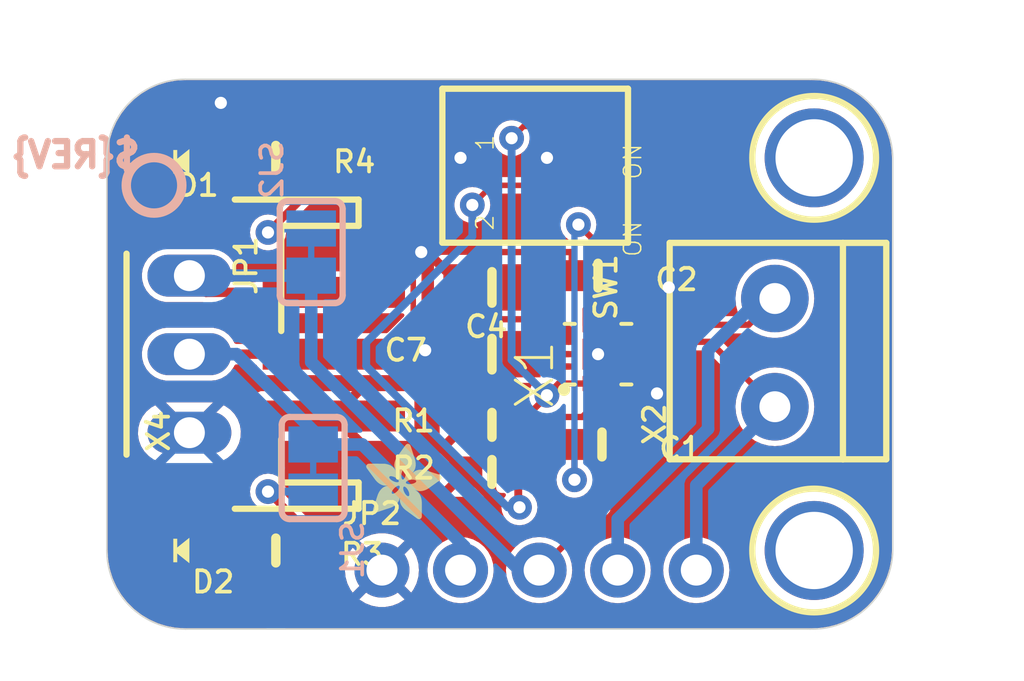
<source format=kicad_pcb>
(kicad_pcb (version 20221018) (generator pcbnew)
  (layers (0 "F.Cu" signal) (1 "In1.Cu" signal) (2 "In2.Cu" signal) (3 "In3.Cu" signal) (4 "In4.Cu" signal) (5 "In5.Cu" signal) (6 "In6.Cu" signal) (7 "In7.Cu" signal) (8 "In8.Cu" signal) (9 "In9.Cu" signal) (10 "In10.Cu" signal) (11 "In11.Cu" signal) (12 "In12.Cu" signal) (13 "In13.Cu" signal) (14 "In14.Cu" signal) (31 "B.Cu" signal) (34 "B.Paste" user) (35 "F.Paste" user) (36 "B.SilkS" user "B.Silkscreen") (37 "F.SilkS" user "F.Silkscreen") (38 "B.Mask" user) (39 "F.Mask" user) (44 "Edge.Cuts" user))
  (net 0 "")
  (net 1 "GND")
  (net 2 "SIGNAL")
  (net 3 "N$26")
  (net 4 "VIN")
  (net 5 "N$1")
  (net 6 "VO-")
  (net 7 "VO+")
  (net 8 "VOUT")
  (net 9 "CN1")
  (net 10 "CP1")
  (net 11 "CP2")
  (net 12 "CN2")
  (net 13 "EN2")
  (net 14 "EN1")
  (net 15 "N$9")
  (net 16 "N$10")
  (footprint "working:0603-NO" (layer "F.Cu") (at 148.2471 107.2896 180)
    (fp_text reference "R1" (at 1.778 0.127) (layer "F.SilkS") (effects (font (size 0.692831 0.692831) (thickness 0.119969)) (justify right)))
    (fp_text value "10K")
    (pad "1" smd rect (at -0.85 0 180) (size 1.075 1) (layers "F.Cu" "F.Paste" "F.Mask") (net 14 "EN1"))
    (pad "2" smd rect (at 0.85 0 180) (size 1.075 1) (layers "F.Cu" "F.Paste" "F.Mask") (net 1 "GND"))
  )
  (footprint "working:CHIPLED_0603_NOOUTLINE" (layer "F.Cu") (at 138.2141 111.3536 90)
    (fp_text reference "D2" (at -1.016 1.778) (layer "F.SilkS") (effects (font (size 0.692831 0.692831) (thickness 0.119969)) (justify right)))
    (fp_text value "GREEN")
    (pad "A" smd rect (at 0 0.75 90) (size 0.8 0.8) (layers "F.Cu" "F.Paste" "F.Mask") (net 3 "N$26"))
    (pad "C" smd rect (at 0 -0.75 90) (size 0.8 0.8) (layers "F.Cu" "F.Paste" "F.Mask") (net 1 "GND"))
  )
  (footprint "working:0603-NO" (layer "F.Cu") (at 148.2471 108.8136 180)
    (fp_text reference "R2" (at 1.778 0.127) (layer "F.SilkS") (effects (font (size 0.692831 0.692831) (thickness 0.119969)) (justify right)))
    (fp_text value "10K")
    (pad "1" smd rect (at -0.85 0 180) (size 1.075 1) (layers "F.Cu" "F.Paste" "F.Mask") (net 13 "EN2"))
    (pad "2" smd rect (at 0.85 0 180) (size 1.075 1) (layers "F.Cu" "F.Paste" "F.Mask") (net 1 "GND"))
  )
  (footprint "working:0603-NO" (layer "F.Cu") (at 151.6761 102.4636)
    (fp_text reference "C2" (at 1.778 0.127) (layer "F.SilkS") (effects (font (size 0.692831 0.692831) (thickness 0.119969)) (justify left)))
    (fp_text value "1uF")
    (pad "1" smd rect (at -0.85 0) (size 1.075 1) (layers "F.Cu" "F.Paste" "F.Mask") (net 11 "CP2"))
    (pad "2" smd rect (at 0.85 0) (size 1.075 1) (layers "F.Cu" "F.Paste" "F.Mask") (net 12 "CN2"))
  )
  (footprint "working:1X05_ROUND_70" (layer "F.Cu") (at 149.7711 111.9886)
    (fp_text reference "JP2" (at -6.4262 -1.8288) (layer "F.SilkS") (effects (font (size 0.692831 0.692831) (thickness 0.119969)) (justify left)))
    (fp_text value "")
    (pad "1" thru_hole circle (at -5.08 0 90) (size 1.778 1.778) (drill 1) (layers "*.Cu" "*.Mask") (net 1 "GND"))
    (pad "2" thru_hole circle (at -2.54 0 90) (size 1.778 1.778) (drill 1) (layers "*.Cu" "*.Mask") (net 4 "VIN"))
    (pad "3" thru_hole circle (at 0 0 90) (size 1.778 1.778) (drill 1) (layers "*.Cu" "*.Mask") (net 2 "SIGNAL"))
    (pad "4" thru_hole circle (at 2.54 0 90) (size 1.778 1.778) (drill 1) (layers "*.Cu" "*.Mask") (net 7 "VO+"))
    (pad "5" thru_hole circle (at 5.08 0 90) (size 1.778 1.778) (drill 1) (layers "*.Cu" "*.Mask") (net 6 "VO-"))
  )
  (footprint "working:PLABEL14" (layer "F.Cu") (at 156.3751 100.8126 90)
    (fp_text reference "PLABEL14" hide)
    (fp_text value "" hide)
  )
  (footprint "working:0603-NO" (layer "F.Cu") (at 151.8031 107.9246)
    (fp_text reference "C1" (at 1.778 0.127) (layer "F.SilkS") (effects (font (size 0.692831 0.692831) (thickness 0.119969)) (justify left)))
    (fp_text value "1uF")
    (pad "1" smd rect (at -0.85 0) (size 1.075 1) (layers "F.Cu" "F.Paste" "F.Mask") (net 10 "CP1"))
    (pad "2" smd rect (at 0.85 0) (size 1.075 1) (layers "F.Cu" "F.Paste" "F.Mask") (net 9 "CN1"))
  )
  (footprint "working:MOUNTINGHOLE_2.5_PLATED" (layer "F.Cu") (at 158.6611 111.3536)
    (fp_text reference "U$1" hide)
    (fp_text value "MOUNTINGHOLE2.5" hide)
    (pad "P$1" thru_hole circle (at 0 0) (size 3.2 3.2) (drill 2.5) (layers "*.Cu" "*.Mask"))
    (zone (net 0) (net_name "") (layer "F.Cu") (connect_pads (clearance 0)) (min_thickness 0.25)
      (keepout (tracks not_allowed) (vias not_allowed) (pads not_allowed) (copperpour not_allowed) (footprints allowed))
      (fill (thermal_gap 0.5) (thermal_bridge_width 0.5))
      (polygon (pts (xy 160.6771 111.3536) (xy 160.65748 111.073027) (xy 160.599004 110.797915) (xy 160.502808 110.533619) (xy 160.370765 110.285283) (xy 160.205446 110.05774) (xy 160.010067 109.85542) (xy 159.788433 109.68226) (xy 159.544856 109.541631) (xy 159.284078 109.43627) (xy 159.011175 109.368228) (xy 158.731457 109.338828) (xy 158.450371 109.348644) (xy 158.173385 109.397484) (xy 157.905893 109.484397) (xy 157.6531 109.607693) (xy 157.419926 109.76497) (xy 157.210911 109.953169) (xy 157.030122 110.168625) (xy 156.881078 110.407145) (xy 156.76668 110.664087) (xy 156.689154 110.93445) (xy 156.650011 111.212971) (xy 156.650011 111.494229) (xy 156.689154 111.77275) (xy 156.76668 112.043113) (xy 156.881078 112.300055) (xy 157.030122 112.538575) (xy 157.210911 112.754031) (xy 157.419926 112.94223) (xy 157.6531 113.099507) (xy 157.905893 113.222803) (xy 158.173385 113.309716) (xy 158.450371 113.358556) (xy 158.731457 113.368372) (xy 159.011175 113.338972) (xy 159.284078 113.27093) (xy 159.544856 113.165569) (xy 159.788433 113.02494) (xy 160.010067 112.85178) (xy 160.205446 112.64946) (xy 160.370765 112.421917) (xy 160.502808 112.173581) (xy 160.599004 111.909285) (xy 160.65748 111.634173)))
      (polygon (pts (xy 158.6451 111.3536) (xy 158.649786 111.364914) (xy 158.6611 111.3696) (xy 158.672414 111.364914) (xy 158.6771 111.3536) (xy 158.672414 111.342286) (xy 158.6611 111.3376) (xy 158.649786 111.342286)))
    )
    (zone (net 0) (net_name "") (layer "B.Cu") (connect_pads (clearance 0)) (min_thickness 0.25)
      (keepout (tracks not_allowed) (vias not_allowed) (pads not_allowed) (copperpour not_allowed) (footprints allowed))
      (fill (thermal_gap 0.5) (thermal_bridge_width 0.5))
      (polygon (pts (xy 160.6771 111.3536) (xy 160.65748 111.073027) (xy 160.599004 110.797915) (xy 160.502808 110.533619) (xy 160.370765 110.285283) (xy 160.205446 110.05774) (xy 160.010067 109.85542) (xy 159.788433 109.68226) (xy 159.544856 109.541631) (xy 159.284078 109.43627) (xy 159.011175 109.368228) (xy 158.731457 109.338828) (xy 158.450371 109.348644) (xy 158.173385 109.397484) (xy 157.905893 109.484397) (xy 157.6531 109.607693) (xy 157.419926 109.76497) (xy 157.210911 109.953169) (xy 157.030122 110.168625) (xy 156.881078 110.407145) (xy 156.76668 110.664087) (xy 156.689154 110.93445) (xy 156.650011 111.212971) (xy 156.650011 111.494229) (xy 156.689154 111.77275) (xy 156.76668 112.043113) (xy 156.881078 112.300055) (xy 157.030122 112.538575) (xy 157.210911 112.754031) (xy 157.419926 112.94223) (xy 157.6531 113.099507) (xy 157.905893 113.222803) (xy 158.173385 113.309716) (xy 158.450371 113.358556) (xy 158.731457 113.368372) (xy 159.011175 113.338972) (xy 159.284078 113.27093) (xy 159.544856 113.165569) (xy 159.788433 113.02494) (xy 160.010067 112.85178) (xy 160.205446 112.64946) (xy 160.370765 112.421917) (xy 160.502808 112.173581) (xy 160.599004 111.909285) (xy 160.65748 111.634173)))
      (polygon (pts (xy 158.6451 111.3536) (xy 158.649786 111.364914) (xy 158.6611 111.3696) (xy 158.672414 111.364914) (xy 158.6771 111.3536) (xy 158.672414 111.342286) (xy 158.6611 111.3376) (xy 158.649786 111.342286)))
    )
  )
  (footprint "working:0805-NO" (layer "F.Cu") (at 148.2471 102.8446 180)
    (fp_text reference "C4" (at -0.5715 -1.27) (layer "F.SilkS") (effects (font (size 0.692831 0.692831) (thickness 0.119969)) (justify right)))
    (fp_text value "10uF")
    (pad "1" smd rect (at -0.95 0 180) (size 1.24 1.5) (layers "F.Cu" "F.Paste" "F.Mask") (net 8 "VOUT"))
    (pad "2" smd rect (at 0.95 0 180) (size 1.24 1.5) (layers "F.Cu" "F.Paste" "F.Mask") (net 1 "GND"))
  )
  (footprint "working:0805-NO" (layer "F.Cu") (at 148.2471 105.0036 180)
    (fp_text reference "C7" (at 2.032 0.127) (layer "F.SilkS") (effects (font (size 0.692831 0.692831) (thickness 0.119969)) (justify right)))
    (fp_text value "10uF")
    (pad "1" smd rect (at -0.95 0 180) (size 1.24 1.5) (layers "F.Cu" "F.Paste" "F.Mask") (net 4 "VIN"))
    (pad "2" smd rect (at 0.95 0 180) (size 1.24 1.5) (layers "F.Cu" "F.Paste" "F.Mask") (net 1 "GND"))
  )
  (footprint "working:JSTPH3" (layer "F.Cu") (at 140.4366 105.0036 90)
    (fp_text reference "X4" (at -3.2225 -2.9685 90) (layer "F.SilkS") (effects (font (size 0.692831 0.692831) (thickness 0.119969)) (justify left)))
    (fp_text value "JST PH 3")
    (pad "1" smd rect (at -2 2.7 90) (size 1 4.6) (layers "F.Cu" "F.Paste" "F.Mask") (net 1 "GND"))
    (pad "2" smd rect (at 0 2.7 90) (size 1 4.6) (layers "F.Cu" "F.Paste" "F.Mask") (net 4 "VIN"))
    (pad "3" smd rect (at 2 2.7 90) (size 1 4.6) (layers "F.Cu" "F.Paste" "F.Mask") (net 2 "SIGNAL"))
    (pad "NC1" smd rect (at -4.4 -2.5 180) (size 3.4 1.6) (layers "F.Cu" "F.Paste" "F.Mask"))
    (pad "NC2" smd rect (at 4.4 -2.5 180) (size 3.4 1.6) (layers "F.Cu" "F.Paste" "F.Mask"))
  )
  (footprint "working:MOUNTINGHOLE_2.5_PLATED" (layer "F.Cu") (at 158.6611 98.6536)
    (fp_text reference "U$8" hide)
    (fp_text value "MOUNTINGHOLE2.5" hide)
    (pad "P$1" thru_hole circle (at 0 0) (size 3.2 3.2) (drill 2.5) (layers "*.Cu" "*.Mask"))
    (zone (net 0) (net_name "") (layer "F.Cu") (connect_pads (clearance 0)) (min_thickness 0.25)
      (keepout (tracks not_allowed) (vias not_allowed) (pads not_allowed) (copperpour not_allowed) (footprints allowed))
      (fill (thermal_gap 0.5) (thermal_bridge_width 0.5))
      (polygon (pts (xy 160.6771 98.6536) (xy 160.65748 98.373027) (xy 160.599004 98.097915) (xy 160.502808 97.833619) (xy 160.370765 97.585283) (xy 160.205446 97.35774) (xy 160.010067 97.15542) (xy 159.788433 96.98226) (xy 159.544856 96.841631) (xy 159.284078 96.73627) (xy 159.011175 96.668228) (xy 158.731457 96.638828) (xy 158.450371 96.648644) (xy 158.173385 96.697484) (xy 157.905893 96.784397) (xy 157.6531 96.907693) (xy 157.419926 97.06497) (xy 157.210911 97.253169) (xy 157.030122 97.468625) (xy 156.881078 97.707145) (xy 156.76668 97.964087) (xy 156.689154 98.23445) (xy 156.650011 98.512971) (xy 156.650011 98.794229) (xy 156.689154 99.07275) (xy 156.76668 99.343113) (xy 156.881078 99.600055) (xy 157.030122 99.838575) (xy 157.210911 100.054031) (xy 157.419926 100.24223) (xy 157.6531 100.399507) (xy 157.905893 100.522803) (xy 158.173385 100.609716) (xy 158.450371 100.658556) (xy 158.731457 100.668372) (xy 159.011175 100.638972) (xy 159.284078 100.57093) (xy 159.544856 100.465569) (xy 159.788433 100.32494) (xy 160.010067 100.15178) (xy 160.205446 99.94946) (xy 160.370765 99.721917) (xy 160.502808 99.473581) (xy 160.599004 99.209285) (xy 160.65748 98.934173)))
      (polygon (pts (xy 158.6451 98.6536) (xy 158.649786 98.664914) (xy 158.6611 98.6696) (xy 158.672414 98.664914) (xy 158.6771 98.6536) (xy 158.672414 98.642286) (xy 158.6611 98.6376) (xy 158.649786 98.642286)))
    )
    (zone (net 0) (net_name "") (layer "B.Cu") (connect_pads (clearance 0)) (min_thickness 0.25)
      (keepout (tracks not_allowed) (vias not_allowed) (pads not_allowed) (copperpour not_allowed) (footprints allowed))
      (fill (thermal_gap 0.5) (thermal_bridge_width 0.5))
      (polygon (pts (xy 160.6771 98.6536) (xy 160.65748 98.373027) (xy 160.599004 98.097915) (xy 160.502808 97.833619) (xy 160.370765 97.585283) (xy 160.205446 97.35774) (xy 160.010067 97.15542) (xy 159.788433 96.98226) (xy 159.544856 96.841631) (xy 159.284078 96.73627) (xy 159.011175 96.668228) (xy 158.731457 96.638828) (xy 158.450371 96.648644) (xy 158.173385 96.697484) (xy 157.905893 96.784397) (xy 157.6531 96.907693) (xy 157.419926 97.06497) (xy 157.210911 97.253169) (xy 157.030122 97.468625) (xy 156.881078 97.707145) (xy 156.76668 97.964087) (xy 156.689154 98.23445) (xy 156.650011 98.512971) (xy 156.650011 98.794229) (xy 156.689154 99.07275) (xy 156.76668 99.343113) (xy 156.881078 99.600055) (xy 157.030122 99.838575) (xy 157.210911 100.054031) (xy 157.419926 100.24223) (xy 157.6531 100.399507) (xy 157.905893 100.522803) (xy 158.173385 100.609716) (xy 158.450371 100.658556) (xy 158.731457 100.668372) (xy 159.011175 100.638972) (xy 159.284078 100.57093) (xy 159.544856 100.465569) (xy 159.788433 100.32494) (xy 160.010067 100.15178) (xy 160.205446 99.94946) (xy 160.370765 99.721917) (xy 160.502808 99.473581) (xy 160.599004 99.209285) (xy 160.65748 98.934173)))
      (polygon (pts (xy 158.6451 98.6536) (xy 158.649786 98.664914) (xy 158.6611 98.6696) (xy 158.672414 98.664914) (xy 158.6771 98.6536) (xy 158.672414 98.642286) (xy 158.6611 98.6376) (xy 158.649786 98.642286)))
    )
  )
  (footprint "working:PLABEL17" (layer "F.Cu") (at 149.8981 110.2106)
    (fp_text reference "PLABEL17" hide)
    (fp_text value "" hide)
  )
  (footprint "working:FIDUCIAL_1MM" (layer "F.Cu") (at 159.8676 104.6861)
    (fp_text reference "FID3" hide)
    (fp_text value "FIDUCIAL_1MM" hide)
    (pad "1" smd roundrect (at 0 0) (size 1 1) (layers "F.Cu" "F.Mask") (roundrect_rratio 0.5))
  )
  (footprint "working:CHIPLED_0603_NOOUTLINE" (layer "F.Cu") (at 138.2141 98.7806 90)
    (fp_text reference "D1" (at -0.762 1.27) (layer "F.SilkS") (effects (font (size 0.692831 0.692831) (thickness 0.119969)) (justify right)))
    (fp_text value "RED")
    (pad "A" smd rect (at 0 0.75 90) (size 0.8 0.8) (layers "F.Cu" "F.Paste" "F.Mask") (net 15 "N$9"))
    (pad "C" smd rect (at 0 -0.75 90) (size 0.8 0.8) (layers "F.Cu" "F.Paste" "F.Mask") (net 1 "GND"))
  )
  (footprint "working:QFN12-2MM" (layer "F.Cu") (at 151.6761 105.0036 90)
    (fp_text reference "X1" (at -1.85 -2.04 90) (layer "F.SilkS") (effects (font (size 1.176528 1.176528) (thickness 0.093472)) (justify left)))
    (fp_text value "PAM8904_EG")
    (pad "1" smd roundrect (at -0.95 -0.4 90) (size 0.5 0.2) (layers "F.Cu" "F.Paste" "F.Mask") (roundrect_rratio 0.125) (net 14 "EN1"))
    (pad "2" smd roundrect (at -0.95 0 90) (size 0.5 0.2) (layers "F.Cu" "F.Paste" "F.Mask") (roundrect_rratio 0.125) (net 13 "EN2"))
    (pad "3" smd roundrect (at -0.95 0.4 90) (size 0.5 0.2) (layers "F.Cu" "F.Paste" "F.Mask") (roundrect_rratio 0.125) (net 2 "SIGNAL"))
    (pad "4" smd roundrect (at -0.4 0.95 180) (size 0.5 0.2) (layers "F.Cu" "F.Paste" "F.Mask") (roundrect_rratio 0.125) (net 9 "CN1"))
    (pad "5" smd roundrect (at 0 0.95 180) (size 0.5 0.2) (layers "F.Cu" "F.Paste" "F.Mask") (roundrect_rratio 0.125) (net 1 "GND"))
    (pad "6" smd roundrect (at 0.4 0.95 180) (size 0.5 0.2) (layers "F.Cu" "F.Paste" "F.Mask") (roundrect_rratio 0.125) (net 6 "VO-"))
    (pad "7" smd roundrect (at 0.95 0.4 270) (size 0.5 0.2) (layers "F.Cu" "F.Paste" "F.Mask") (roundrect_rratio 0.125) (net 7 "VO+"))
    (pad "8" smd roundrect (at 0.95 0 270) (size 0.5 0.2) (layers "F.Cu" "F.Paste" "F.Mask") (roundrect_rratio 0.125) (net 12 "CN2"))
    (pad "9" smd roundrect (at 0.95 -0.4 270) (size 0.5 0.2) (layers "F.Cu" "F.Paste" "F.Mask") (roundrect_rratio 0.125) (net 10 "CP1"))
    (pad "10" smd roundrect (at 0.4 -0.95) (size 0.5 0.2) (layers "F.Cu" "F.Paste" "F.Mask") (roundrect_rratio 0.125) (net 8 "VOUT"))
    (pad "11" smd roundrect (at 0 -0.95) (size 0.5 0.2) (layers "F.Cu" "F.Paste" "F.Mask") (roundrect_rratio 0.125) (net 11 "CP2"))
    (pad "12" smd roundrect (at -0.4 -0.95) (size 0.5 0.2) (layers "F.Cu" "F.Paste" "F.Mask") (roundrect_rratio 0.125) (net 4 "VIN"))
    (pad "MT" smd rect (at 0 0 90) (size 1 1) (layers "F.Cu" "F.Paste" "F.Mask") (net 1 "GND"))
  )
  (footprint "working:1X03_OVAL" (layer "F.Cu") (at 138.4681 105.0036 -90)
    (fp_text reference "JP1" (at -3.8862 -1.8288 90) (layer "F.SilkS") (effects (font (size 0.692831 0.692831) (thickness 0.119969)) (justify right)))
    (fp_text value "0.1\" Header")
    (pad "1" thru_hole oval (at -2.54 0) (size 2.7112 1.3556) (drill 1) (layers "*.Cu" "*.Mask") (net 2 "SIGNAL"))
    (pad "2" thru_hole oval (at 0 0) (size 2.7112 1.3556) (drill 1) (layers "*.Cu" "*.Mask") (net 4 "VIN"))
    (pad "3" thru_hole oval (at 2.54 0) (size 2.7112 1.3556) (drill 1) (layers "*.Cu" "*.Mask") (net 1 "GND"))
  )
  (footprint "working:PLABEL0" (layer "F.Cu") (at 137.1981 113.1316)
    (fp_text reference "PLABEL0" hide)
    (fp_text value "" hide)
  )
  (footprint "working:0603-NO" (layer "F.Cu") (at 141.2621 111.3536)
    (fp_text reference "R3" (at 2.032 0.127) (layer "F.SilkS") (effects (font (size 0.692831 0.692831) (thickness 0.119969)) (justify left)))
    (fp_text value "10K")
    (pad "1" smd rect (at -0.85 0) (size 1.075 1) (layers "F.Cu" "F.Paste" "F.Mask") (net 3 "N$26"))
    (pad "2" smd rect (at 0.85 0) (size 1.075 1) (layers "F.Cu" "F.Paste" "F.Mask") (net 5 "N$1"))
  )
  (footprint "working:0603-NO" (layer "F.Cu") (at 141.2621 98.6536)
    (fp_text reference "R4" (at 1.778 0.127) (layer "F.SilkS") (effects (font (size 0.692831 0.692831) (thickness 0.119969)) (justify left)))
    (fp_text value "10K")
    (pad "1" smd rect (at -0.85 0) (size 1.075 1) (layers "F.Cu" "F.Paste" "F.Mask") (net 15 "N$9"))
    (pad "2" smd rect (at 0.85 0) (size 1.075 1) (layers "F.Cu" "F.Paste" "F.Mask") (net 16 "N$10"))
  )
  (footprint "working:FIDUCIAL_1MM" (layer "F.Cu") (at 141.2621 113.1316)
    (fp_text reference "FID2" hide)
    (fp_text value "FIDUCIAL_1MM" hide)
    (pad "1" smd roundrect (at 0 0) (size 1 1) (layers "F.Cu" "F.Mask") (roundrect_rratio 0.5))
  )
  (footprint "working:PLABEL15" (layer "F.Cu") (at 156.3751 98.2726 90)
    (fp_text reference "PLABEL15" hide)
    (fp_text value "" hide)
  )
  (footprint "working:DIPSWITCH_2PIN" (layer "F.Cu") (at 149.6441 98.9076 -90)
    (fp_text reference "SW1" (at 2.794 -2.286 90) (layer "F.SilkS") (effects (font (size 0.692831 0.692831) (thickness 0.119969)) (justify right)))
    (fp_text value "1x2-DIP")
    (fp_text user "1" (at -1.04 1.949 -90) (layer "F.SilkS") (effects (font (size 0.560832 0.560832) (thickness 0.048768)) (justify right top)))
    (fp_text user "ON" (at -0.75 -2.826 -90) (layer "F.SilkS") (effects (font (size 0.560832 0.560832) (thickness 0.048768)) (justify right top)))
    (fp_text user "ON" (at 1.75 -2.826 -90) (layer "F.SilkS") (effects (font (size 0.560832 0.560832) (thickness 0.048768)) (justify right top)))
    (fp_text user "2" (at 1.54 1.949 -90) (layer "F.SilkS") (effects (font (size 0.560832 0.560832) (thickness 0.048768)) (justify right top)))
    (pad "1OFF" smd rect (at -1.27 4.4 180) (size 2 1.1) (layers "F.Cu" "F.Paste" "F.Mask") (net 4 "VIN"))
    (pad "1ON" smd rect (at -1.27 -4.4 180) (size 2 1.1) (layers "F.Cu" "F.Paste" "F.Mask") (net 14 "EN1"))
    (pad "2OFF" smd rect (at 1.27 4.4 180) (size 2 1.1) (layers "F.Cu" "F.Paste" "F.Mask") (net 4 "VIN"))
    (pad "2ON" smd rect (at 1.27 -4.4 180) (size 2 1.1) (layers "F.Cu" "F.Paste" "F.Mask") (net 13 "EN2"))
  )
  (footprint "working:PLABEL16" (layer "F.Cu") (at 143.9291 99.6696 90)
    (fp_text reference "PLABEL16" hide)
    (fp_text value "" hide)
  )
  (footprint "working:TERMBLOCK_1X2-3.5MM" (layer "F.Cu") (at 157.3911 105.0036 90)
    (fp_text reference "X2" (at -3 -3.89 90) (layer "F.SilkS") (effects (font (size 0.692831 0.692831) (thickness 0.119969)) (justify left)))
    (fp_text value "3.5mm")
    (pad "1" thru_hole circle (at 1.8 0 90) (size 2.1844 2.1844) (drill 1) (layers "*.Cu" "*.Mask") (net 7 "VO+"))
    (pad "2" thru_hole circle (at -1.7 0 90) (size 2.1844 2.1844) (drill 1) (layers "*.Cu" "*.Mask") (net 6 "VO-"))
  )
  (footprint "working:ADAFRUIT_2.5MM" (layer "F.Cu") (at 144.1831 110.3376)
    (fp_text reference "U$19" hide)
    (fp_text value "" hide)
  )
  (footprint "working:PLABEL13" (layer "F.Cu") (at 137.0711 97.8916)
    (fp_text reference "PLABEL13" hide)
    (fp_text value "" hide)
  )
  (footprint "working:PLABEL11" (layer "B.Cu") (at 154.8511 110.8456 90)
    (fp_text reference "PLABEL11" hide)
    (fp_text value "" hide)
  )
  (footprint "working:SOLDERJUMPER_CLOSEDWIRE" (layer "B.Cu") (at 142.4686 108.6866 90)
    (fp_text reference "SJ1" (at -1.651 1.27 90) (layer "B.SilkS") (effects (font (size 0.692831 0.692831) (thickness 0.119969)) (justify left mirror)))
    (fp_text value "")
    (pad "1" smd rect (at -0.762 0 90) (size 1.1684 1.6002) (layers "B.Cu") (net 5 "N$1"))
    (pad "2" smd rect (at 0.762 0 90) (size 1.1684 1.6002) (layers "B.Cu") (net 4 "VIN"))
    (pad "WIRE" smd rect (at 0 0 270) (size 0.635 0.2032) (layers "B.Cu"))
  )
  (footprint "working:SOLDERJUMPER_CLOSEDWIRE" (layer "B.Cu") (at 142.4051 101.7016 -90)
    (fp_text reference "SJ2" (at -1.651 1.27 -270) (layer "B.SilkS") (effects (font (size 0.692831 0.692831) (thickness 0.119969)) (justify right mirror)))
    (fp_text value "")
    (pad "1" smd rect (at -0.762 0 270) (size 1.1684 1.6002) (layers "B.Cu") (net 16 "N$10"))
    (pad "2" smd rect (at 0.762 0 270) (size 1.1684 1.6002) (layers "B.Cu") (net 2 "SIGNAL"))
    (pad "WIRE" smd rect (at 0 0 90) (size 0.635 0.2032) (layers "B.Cu"))
  )
  (footprint "working:PLABEL8" (layer "B.Cu") (at 147.2311 110.8456 90)
    (fp_text reference "PLABEL8" hide)
    (fp_text value "" hide)
  )
  (footprint "working:PLABEL19" (layer "B.Cu") (at 143.5481 99.2886 180)
    (fp_text reference "PLABEL19" hide)
    (fp_text value "" hide)
  )
  (footprint "working:PLABEL20" (layer "B.Cu") (at 149.7711 110.8456 90)
    (fp_text reference "PLABEL20" hide)
    (fp_text value "" hide)
  )
  (footprint "working:PLABEL10" (layer "B.Cu") (at 152.3111 110.8456 90)
    (fp_text reference "PLABEL10" hide)
    (fp_text value "" hide)
  )
  (footprint "working:PLABEL7" (layer "B.Cu") (at 144.6911 110.8456 90)
    (fp_text reference "PLABEL7" hide)
    (fp_text value "" hide)
  )
  (footprint "working:PLABEL12" (layer "B.Cu") (at 143.5481 111.0996 180)
    (fp_text reference "PLABEL12" hide)
    (fp_text value "" hide)
  )
  (footprint "working:PLABEL18" (layer "B.Cu") (at 155.9941 102.0826 180)
    (fp_text reference "PLABEL18" hide)
    (fp_text value "" hide)
  )
  (footprint "working:PCBFEAT-REV-040" (layer "B.Cu") (at 137.3251 99.5426)
    (fp_text reference "U$5" hide)
    (fp_text value "" hide)
    (fp_text user "${REV}" (at -0.3556 -0.508 180) (layer "B.SilkS") (effects (font (size 0.8128 0.8128) (thickness 0.2032)) (justify left bottom mirror)))
  )
  (gr_arc (start 158.5341 96.1136) (mid 160.393651 96.831246) (end 161.2011 98.6536) (stroke (width 0.05)) (layer "Edge.Cuts"))
  (gr_arc (start 135.8011 98.6536) (mid 136.545049 96.857549) (end 138.3411 96.1136) (stroke (width 0.05)) (layer "Edge.Cuts"))
  (gr_line (start 138.3411 113.8936) (end 158.5341 113.8936) (stroke (width 0.05)) (layer "Edge.Cuts"))
  (gr_line (start 158.5341 96.1136) (end 138.3411 96.1136) (stroke (width 0.05)) (layer "Edge.Cuts"))
  (gr_line (start 135.8011 98.6536) (end 135.8011 111.3536) (stroke (width 0.05)) (layer "Edge.Cuts"))
  (gr_arc (start 161.2011 111.3536) (mid 160.393651 113.175954) (end 158.5341 113.8936) (stroke (width 0.05)) (layer "Edge.Cuts"))
  (gr_arc (start 138.3411 113.8936) (mid 136.545049 113.149651) (end 135.8011 111.3536) (stroke (width 0.05)) (layer "Edge.Cuts"))
  (gr_line (start 161.2011 111.3536) (end 161.2011 98.6536) (stroke (width 0.05)) (layer "Edge.Cuts"))
  (segment (start 152.6261 105.0036) (end 151.6761 105.0036) (width 0.2032) (layer "F.Cu") (net 1))
  (via (at 153.9621 102.8446) (size 0.8001) (drill 0.3937) (layers "F.Cu" "B.Cu") (net 1))
  (via (at 145.9611 101.7016) (size 0.8001) (drill 0.3937) (layers "F.Cu" "B.Cu") (net 1))
  (via (at 147.2311 98.6536) (size 0.8001) (drill 0.3937) (layers "F.Cu" "B.Cu") (net 1))
  (via (at 153.5811 106.2736) (size 0.8001) (drill 0.3937) (layers "F.Cu" "B.Cu") (net 1))
  (via (at 139.4841 96.8756) (size 0.8001) (drill 0.3937) (layers "F.Cu" "B.Cu") (net 1))
  (via (at 146.0881 104.8766) (size 0.8001) (drill 0.3937) (layers "F.Cu" "B.Cu") (net 1))
  (via (at 150.0251 98.6536) (size 0.8001) (drill 0.3937) (layers "F.Cu" "B.Cu") (net 1))
  (via (at 151.6761 105.0036) (size 0.8001) (drill 0.3937) (layers "F.Cu" "B.Cu") (net 1))
  (segment (start 139.0081 103.0036) (end 138.4681 102.4636) (width 0.3048) (layer "F.Cu") (net 2))
  (segment (start 152.0761 106.7626) (end 151.8031 107.0356) (width 0.2032) (layer "F.Cu") (net 2))
  (segment (start 152.0761 105.9536) (end 152.0761 106.7626) (width 0.2032) (layer "F.Cu") (net 2))
  (segment (start 151.8031 109.9566) (end 149.7711 111.9886) (width 0.2032) (layer "F.Cu") (net 2))
  (segment (start 143.1366 103.0036) (end 139.0081 103.0036) (width 0.3048) (layer "F.Cu") (net 2))
  (segment (start 151.8031 107.0356) (end 151.8031 109.9566) (width 0.2032) (layer "F.Cu") (net 2))
  (segment (start 142.4051 105.2576) (end 149.1361 111.9886) (width 0.4064) (layer "B.Cu") (net 2))
  (segment (start 142.4051 102.4636) (end 138.4681 102.4636) (width 0.4064) (layer "B.Cu") (net 2))
  (segment (start 142.4051 102.4636) (end 142.4051 105.2576) (width 0.4064) (layer "B.Cu") (net 2))
  (segment (start 149.1361 111.9886) (end 149.7711 111.9886) (width 0.4064) (layer "B.Cu") (net 2))
  (segment (start 138.9641 111.3536) (end 140.4121 111.3536) (width 0.254) (layer "F.Cu") (net 3))
  (segment (start 145.2441 97.6376) (end 145.2441 100.1776) (width 0.1778) (layer "F.Cu") (net 4))
  (segment (start 150.7261 105.4036) (end 149.5971 105.4036) (width 0.2032) (layer "F.Cu") (net 4))
  (segment (start 145.7033 102.393132) (end 145.7033 103.8644) (width 0.1778) (layer "F.Cu") (net 4))
  (segment (start 145.0721 105.0036) (end 145.110525 105.0036) (width 0.4064) (layer "F.Cu") (net 4))
  (segment (start 144.5641 105.0036) (end 145.0721 105.0036) (width 0.3048) (layer "F.Cu") (net 4))
  (segment (start 143.1366 105.0036) (end 138.4681 105.0036) (width 0.3048) (layer "F.Cu") (net 4))
  (segment (start 145.2441 100.1776) (end 145.2441 101.933932) (width 0.1778) (layer "F.Cu") (net 4))
  (segment (start 149.2936 105.1001) (end 149.1971 105.0036) (width 0.2032) (layer "F.Cu") (net 4))
  (segment (start 145.110525 105.0036) (end 146.241525 106.1346) (width 0.4064) (layer "F.Cu") (net 4))
  (segment (start 143.1366 105.0036) (end 144.5641 105.0036) (width 0.3048) (layer "F.Cu") (net 4))
  (segment (start 145.2441 101.933932) (end 145.7033 102.393132) (width 0.1778) (layer "F.Cu") (net 4))
  (segment (start 146.241525 106.1346) (end 148.2591 106.1346) (width 0.4064) (layer "F.Cu") (net 4))
  (segment (start 149.5971 105.4036) (end 149.2936 105.1001) (width 0.2032) (layer "F.Cu") (net 4))
  (segment (start 145.7033 103.8644) (end 144.5641 105.0036) (width 0.1778) (layer "F.Cu") (net 4))
  (segment (start 148.2591 106.1346) (end 149.2936 105.1001) (width 0.4064) (layer "F.Cu") (net 4))
  (segment (start 144.0561 107.9246) (end 147.3581 111.2266) (width 0.4064) (layer "B.Cu") (net 4))
  (segment (start 142.4686 107.9246) (end 144.0561 107.9246) (width 0.4064) (layer "B.Cu") (net 4))
  (segment (start 142.4686 107.9246) (end 142.4686 107.4801) (width 0.4064) (layer "B.Cu") (net 4))
  (segment (start 142.4686 107.4801) (end 139.9921 105.0036) (width 0.4064) (layer "B.Cu") (net 4))
  (segment (start 139.9921 105.0036) (end 138.4681 105.0036) (width 0.4064) (layer "B.Cu") (net 4))
  (segment (start 147.3581 111.2266) (end 147.3581 111.8616) (width 0.4064) (layer "B.Cu") (net 4))
  (segment (start 147.3581 111.8616) (end 147.2311 111.9886) (width 0.4064) (layer "B.Cu") (net 4))
  (segment (start 142.1121 111.3536) (end 142.1121 110.5526) (width 0.254) (layer "F.Cu") (net 5))
  (segment (start 142.1121 110.5526) (end 141.0081 109.4486) (width 0.254) (layer "F.Cu") (net 5))
  (via (at 141.0081 109.4486) (size 0.8001) (drill 0.3937) (layers "F.Cu" "B.Cu") (net 5))
  (segment (start 141.0081 109.4486) (end 142.4686 109.4486) (width 0.254) (layer "B.Cu") (net 5))
  (segment (start 155.2911 104.6036) (end 157.3911 106.7036) (width 0.2032) (layer "F.Cu") (net 6))
  (segment (start 152.6261 104.6036) (end 155.2911 104.6036) (width 0.2032) (layer "F.Cu") (net 6))
  (segment (start 154.8511 111.9886) (end 154.8511 109.2436) (width 0.4064) (layer "B.Cu") (net 6))
  (segment (start 154.8511 109.2436) (end 157.3911 106.7036) (width 0.4064) (layer "B.Cu") (net 6))
  (segment (start 156.5411 104.0536) (end 157.3911 103.2036) (width 0.2032) (layer "F.Cu") (net 7))
  (segment (start 152.0761 104.0536) (end 156.5411 104.0536) (width 0.2032) (layer "F.Cu") (net 7))
  (segment (start 155.2321 107.4166) (end 155.2321 104.8766) (width 0.4064) (layer "B.Cu") (net 7))
  (segment (start 152.3111 110.3376) (end 155.2321 107.4166) (width 0.4064) (layer "B.Cu") (net 7))
  (segment (start 156.9051 103.2036) (end 157.3911 103.2036) (width 0.4064) (layer "B.Cu") (net 7))
  (segment (start 152.3111 111.9886) (end 152.3111 110.3376) (width 0.4064) (layer "B.Cu") (net 7))
  (segment (start 155.2321 104.8766) (end 156.9051 103.2036) (width 0.4064) (layer "B.Cu") (net 7))
  (segment (start 149.7051 103.3526) (end 149.1971 102.8446) (width 0.2032) (layer "F.Cu") (net 8))
  (segment (start 149.8981 103.3526) (end 149.7051 103.3526) (width 0.2032) (layer "F.Cu") (net 8))
  (segment (start 150.7261 104.6036) (end 150.7261 104.1806) (width 0.2032) (layer "F.Cu") (net 8))
  (segment (start 150.7261 104.1806) (end 149.8981 103.3526) (width 0.2032) (layer "F.Cu") (net 8))
  (segment (start 152.6261 107.8976) (end 152.6531 107.9246) (width 0.2032) (layer "F.Cu") (net 9))
  (segment (start 152.6261 105.4036) (end 152.6261 107.8976) (width 0.2032) (layer "F.Cu") (net 9))
  (segment (start 151.7092 101.4807) (end 151.0411 100.8126) (width 0.2032) (layer "F.Cu") (net 10))
  (segment (start 151.2761 104.0536) (end 151.2761 103.555782) (width 0.2032) (layer "F.Cu") (net 10))
  (segment (start 150.9141 109.0676) (end 150.9141 107.9636) (width 0.2032) (layer "F.Cu") (net 10))
  (segment (start 151.2761 103.555782) (end 151.7092 103.122682) (width 0.2032) (layer "F.Cu") (net 10))
  (segment (start 151.7092 103.122682) (end 151.7092 101.4807) (width 0.2032) (layer "F.Cu") (net 10))
  (segment (start 150.9141 107.9636) (end 150.9531 107.9246) (width 0.2032) (layer "F.Cu") (net 10))
  (via (at 151.0411 100.8126) (size 0.8001) (drill 0.3937) (layers "F.Cu" "B.Cu") (net 10))
  (via (at 150.9141 109.0676) (size 0.8001) (drill 0.3937) (layers "F.Cu" "B.Cu") (net 10))
  (segment (start 151.0411 100.8126) (end 150.9141 100.9396) (width 0.2032) (layer "B.Cu") (net 10))
  (segment (start 150.9141 100.9396) (end 150.9141 109.0676) (width 0.2032) (layer "B.Cu") (net 10))
  (segment (start 150.1521 104.193469) (end 149.832631 103.874) (width 0.2032) (layer "F.Cu") (net 11))
  (segment (start 149.832631 103.874) (end 148.461368 103.874) (width 0.2032) (layer "F.Cu") (net 11))
  (segment (start 148.461368 103.874) (end 148.2977 103.710332) (width 0.2032) (layer "F.Cu") (net 11))
  (segment (start 150.1521 104.8766) (end 150.1521 104.193469) (width 0.2032) (layer "F.Cu") (net 11))
  (segment (start 148.2977 103.6572) (end 148.2471 103.6066) (width 0.2032) (layer "F.Cu") (net 11))
  (segment (start 150.2791 105.0036) (end 150.1521 104.8766) (width 0.2032) (layer "F.Cu") (net 11))
  (segment (start 150.8261 101.7406) (end 150.8261 102.4636) (width 0.2032) (layer "F.Cu") (net 11))
  (segment (start 148.2977 103.710332) (end 148.2977 103.6572) (width 0.2032) (layer "F.Cu") (net 11))
  (segment (start 148.2471 103.6066) (end 148.2471 101.9556) (width 0.2032) (layer "F.Cu") (net 11))
  (segment (start 148.5011 101.7016) (end 150.7871 101.7016) (width 0.2032) (layer "F.Cu") (net 11))
  (segment (start 150.7261 105.0036) (end 150.2791 105.0036) (width 0.2032) (layer "F.Cu") (net 11))
  (segment (start 148.2471 101.9556) (end 148.5011 101.7016) (width 0.2032) (layer "F.Cu") (net 11))
  (segment (start 150.7871 101.7016) (end 150.8261 101.7406) (width 0.2032) (layer "F.Cu") (net 11))
  (segment (start 151.6761 104.0536) (end 151.6761 103.6946) (width 0.2032) (layer "F.Cu") (net 12))
  (segment (start 152.5261 102.8446) (end 152.5261 102.4636) (width 0.2032) (layer "F.Cu") (net 12))
  (segment (start 152.5261 102.8446) (end 151.6761 103.6946) (width 0.2032) (layer "F.Cu") (net 12))
  (segment (start 150.1521 107.0356) (end 150.0251 107.1626) (width 0.2032) (layer "F.Cu") (net 13))
  (segment (start 147.6121 100.1776) (end 148.2471 99.5426) (width 0.1778) (layer "F.Cu") (net 13))
  (segment (start 149.0971 109.9176) (end 149.1361 109.9566) (width 0.254) (layer "F.Cu") (net 13))
  (segment (start 153.4091 99.5426) (end 154.0441 100.1776) (width 0.1778) (layer "F.Cu") (net 13))
  (segment (start 151.6761 105.9536) (end 151.6761 106.5276) (width 0.2032) (layer "F.Cu") (net 13))
  (segment (start 151.6761 106.5276) (end 151.1681 107.0356) (width 0.2032) (layer "F.Cu") (net 13))
  (segment (start 151.1681 107.0356) (end 150.1521 107.0356) (width 0.2032) (layer "F.Cu") (net 13))
  (segment (start 149.3901 108.8136) (end 149.0971 108.8136) (width 0.2032) (layer "F.Cu") (net 13))
  (segment (start 150.0251 108.1786) (end 149.3901 108.8136) (width 0.2032) (layer "F.Cu") (net 13))
  (segment (start 150.0251 107.1626) (end 150.0251 108.1786) (width 0.2032) (layer "F.Cu") (net 13))
  (segment (start 148.2471 99.5426) (end 153.4091 99.5426) (width 0.1778) (layer "F.Cu") (net 13))
  (segment (start 149.0971 108.8136) (end 149.0971 109.9176) (width 0.254) (layer "F.Cu") (net 13))
  (via (at 147.6121 100.1776) (size 0.8001) (drill 0.3937) (layers "F.Cu" "B.Cu") (net 13))
  (via (at 149.1361 109.9566) (size 0.8001) (drill 0.3937) (layers "F.Cu" "B.Cu") (net 13))
  (segment (start 147.6121 101.1936) (end 144.1831 104.6226) (width 0.254) (layer "B.Cu") (net 13))
  (segment (start 149.1361 109.9566) (end 148.7551 109.9566) (width 0.254) (layer "B.Cu") (net 13))
  (segment (start 147.6121 101.1936) (end 147.6121 100.1776) (width 0.254) (layer "B.Cu") (net 13))
  (segment (start 148.7551 109.9566) (end 144.1831 105.3846) (width 0.254) (layer "B.Cu") (net 13))
  (segment (start 144.1831 105.3846) (end 144.1831 104.6226) (width 0.254) (layer "B.Cu") (net 13))
  (segment (start 149.0971 107.2896) (end 150.022362 106.364338) (width 0.2032) (layer "F.Cu") (net 14))
  (segment (start 150.400212 105.9536) (end 150.022362 106.33145) (width 0.2032) (layer "F.Cu") (net 14))
  (segment (start 150.022362 106.364338) (end 150.022362 106.33145) (width 0.2032) (layer "F.Cu") (net 14))
  (segment (start 154.0441 97.6376) (end 149.2631 97.6376) (width 0.1778) (layer "F.Cu") (net 14))
  (segment (start 149.2631 97.6376) (end 148.8821 98.0186) (width 0.1778) (layer "F.Cu") (net 14))
  (segment (start 151.2761 105.9536) (end 150.400212 105.9536) (width 0.2032) (layer "F.Cu") (net 14))
  (via (at 150.022362 106.33145) (size 0.8001) (drill 0.3937) (layers "F.Cu" "B.Cu") (net 14))
  (via (at 148.8821 98.0186) (size 0.8001) (drill 0.3937) (layers "F.Cu" "B.Cu") (net 14))
  (segment (start 148.8821 98.0186) (end 148.8821 105.191188) (width 0.254) (layer "B.Cu") (net 14))
  (segment (start 148.8821 105.191188) (end 150.022362 106.33145) (width 0.254) (layer "B.Cu") (net 14))
  (segment (start 140.4121 98.6536) (end 140.2851 98.7806) (width 0.254) (layer "F.Cu") (net 15))
  (segment (start 140.2851 98.7806) (end 138.9641 98.7806) (width 0.254) (layer "F.Cu") (net 15))
  (segment (start 142.1121 98.6536) (end 142.1121 99.9626) (width 0.254) (layer "F.Cu") (net 16))
  (segment (start 142.1121 99.9626) (end 141.0081 101.0666) (width 0.254) (layer "F.Cu") (net 16))
  (via (at 141.0081 101.0666) (size 0.8001) (drill 0.3937) (layers "F.Cu" "B.Cu") (net 16))
  (segment (start 141.1351 100.9396) (end 142.4051 100.9396) (width 0.254) (layer "B.Cu") (net 16))
  (segment (start 141.0081 101.0666) (end 141.1351 100.9396) (width 0.254) (layer "B.Cu") (net 16))
  (zone (net 1) (net_name "GND") (layer "F.Cu") (priority 6) (connect_pads (clearance 0.000001)) (min_thickness 0.127) (fill yes (thermal_gap 0.304) (thermal_bridge_width 0.304))
    (polygon (pts (xy 161.3281 114.0206) (xy 135.6741 114.0206) (xy 135.6741 95.9866) (xy 161.3281 95.9866)))
  )
  (zone (net 1) (net_name "GND") (layer "B.Cu") (priority 6) (connect_pads (clearance 0.000001)) (min_thickness 0.127) (fill yes (thermal_gap 0.304) (thermal_bridge_width 0.304))
    (polygon (pts (xy 161.3281 114.0206) (xy 135.6741 114.0206) (xy 135.6741 95.9866) (xy 161.3281 95.9866)))
  )
)
</source>
